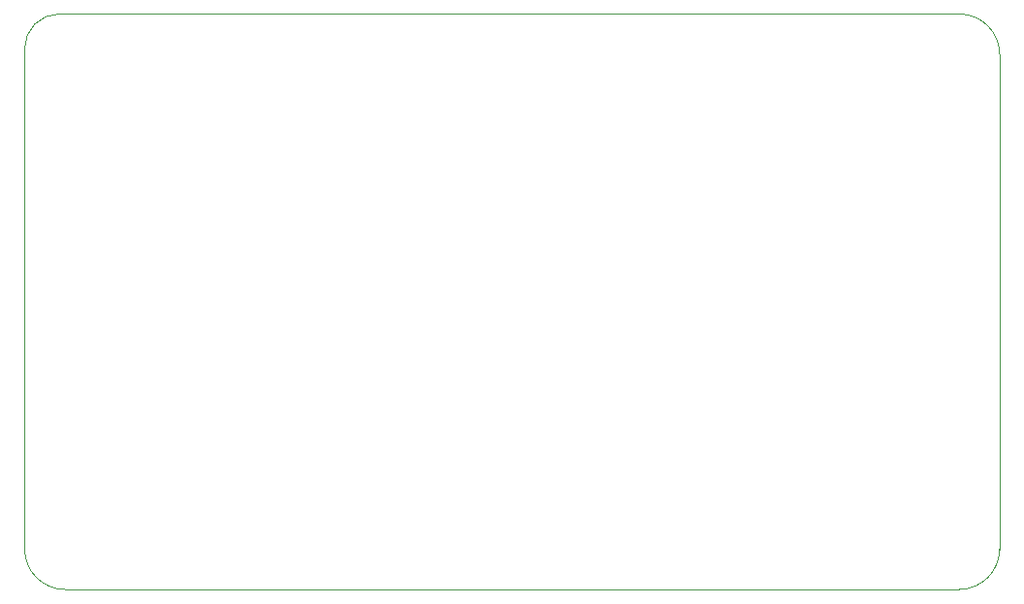
<source format=gbr>
%TF.GenerationSoftware,KiCad,Pcbnew,8.0.5*%
%TF.CreationDate,2024-10-15T23:52:28+04:00*%
%TF.ProjectId,AuroraF4,4175726f-7261-4463-942e-6b696361645f,v1.0.1*%
%TF.SameCoordinates,Original*%
%TF.FileFunction,Profile,NP*%
%FSLAX46Y46*%
G04 Gerber Fmt 4.6, Leading zero omitted, Abs format (unit mm)*
G04 Created by KiCad (PCBNEW 8.0.5) date 2024-10-15 23:52:28*
%MOMM*%
%LPD*%
G01*
G04 APERTURE LIST*
%TA.AperFunction,Profile*%
%ADD10C,0.050000*%
%TD*%
G04 APERTURE END LIST*
D10*
X98500000Y-76761320D02*
G75*
G02*
X101500000Y-73761320I3000000J0D01*
G01*
X183620000Y-120500000D02*
G75*
G02*
X180120000Y-124000000I-3500000J0D01*
G01*
X180120000Y-73760000D02*
G75*
G02*
X183620000Y-77260000I0J-3500000D01*
G01*
X183620000Y-77260000D02*
X183620000Y-120500000D01*
X102000000Y-124000000D02*
G75*
G02*
X98500000Y-120500000I0J3500000D01*
G01*
X98500000Y-120500000D02*
X98500000Y-76761320D01*
X180120000Y-124000000D02*
X102000000Y-124000000D01*
X180120000Y-73760000D02*
X101500000Y-73760000D01*
M02*

</source>
